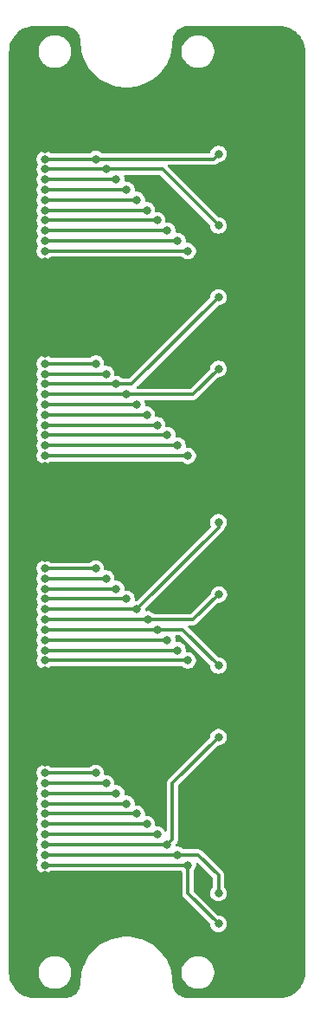
<source format=gbr>
%TF.GenerationSoftware,KiCad,Pcbnew,9.0.0*%
%TF.CreationDate,2025-03-09T10:12:05+03:00*%
%TF.ProjectId,PM_LED-10,504d5f4c-4544-42d3-9130-2e6b69636164,rev?*%
%TF.SameCoordinates,PX3ec0740PY6021600*%
%TF.FileFunction,Copper,L2,Bot*%
%TF.FilePolarity,Positive*%
%FSLAX46Y46*%
G04 Gerber Fmt 4.6, Leading zero omitted, Abs format (unit mm)*
G04 Created by KiCad (PCBNEW 9.0.0) date 2025-03-09 10:12:05*
%MOMM*%
%LPD*%
G01*
G04 APERTURE LIST*
%TA.AperFunction,ViaPad*%
%ADD10C,0.800000*%
%TD*%
%TA.AperFunction,Conductor*%
%ADD11C,0.300000*%
%TD*%
G04 APERTURE END LIST*
D10*
%TO.N,GND*%
X-11000000Y24500000D03*
X-11000000Y-15500000D03*
X-11000000Y4500000D03*
X-11000000Y-4500000D03*
X-11000000Y15500000D03*
X-11000000Y35500000D03*
X-11000000Y-24500000D03*
X-11000000Y-35500000D03*
%TO.N,/LED2*%
X-4000000Y12500000D03*
X-11000000Y32500000D03*
X6000000Y21000000D03*
X-4000000Y-7500000D03*
X-11000000Y-7500000D03*
X-4000000Y32500000D03*
X-4000000Y-27500000D03*
X-11000000Y-27500000D03*
X-11000000Y12500000D03*
%TO.N,/LED3*%
X-3000000Y-8500000D03*
X-11000000Y31500000D03*
X-3000000Y-28500000D03*
X6000000Y14000000D03*
X-3000000Y11500000D03*
X-11000000Y-28500000D03*
X-3000000Y31500000D03*
X-11000000Y-8500000D03*
X-11000000Y11500000D03*
%TO.N,/LED4*%
X-2000000Y-29500000D03*
X-11000000Y-29500000D03*
X-2000000Y30500000D03*
X-11000000Y-9500000D03*
X-2000000Y-9500000D03*
X-2000000Y10500000D03*
X6000000Y-1000000D03*
X-11000000Y10500000D03*
X-11000000Y30500000D03*
%TO.N,/LED7*%
X1000000Y-12500000D03*
X-11000000Y-12500000D03*
X1000000Y7500000D03*
X1000000Y27500000D03*
X1000000Y-32500000D03*
X-11000000Y7500000D03*
X-11000000Y27500000D03*
X-11000000Y-32500000D03*
X6000000Y-22000000D03*
%TO.N,/LED5*%
X-11000000Y9500000D03*
X-11000000Y-30500000D03*
X-11000000Y29500000D03*
X-1000000Y29500000D03*
X-1000000Y-30500000D03*
X-11000000Y-10500000D03*
X-918248Y-10483296D03*
X-1000000Y9500000D03*
X6044252Y-8046187D03*
%TO.N,/LED0*%
X-6000000Y14500000D03*
X-11000000Y34500000D03*
X-11000000Y-25500000D03*
X-11000000Y14500000D03*
X-6000000Y34500000D03*
X6000000Y35000000D03*
X-11000000Y-5500000D03*
X-6000000Y-25500000D03*
X-6000000Y-5500000D03*
%TO.N,/LED1*%
X-11000000Y-26500000D03*
X-5000000Y-6500000D03*
X-5000000Y33500000D03*
X-11000000Y-6500000D03*
X-11000000Y33500000D03*
X-11000000Y13500000D03*
X6000000Y28000000D03*
X-5000000Y13500000D03*
X-5000000Y-26500000D03*
%TO.N,/LED6*%
X0Y8500000D03*
X-11000000Y-11500000D03*
X0Y-31500000D03*
X0Y28500000D03*
X6000000Y-15000000D03*
X-11000000Y8500000D03*
X-11000000Y28500000D03*
X0Y-11500000D03*
X-11000000Y-31500000D03*
%TO.N,/LED9*%
X3000000Y25500000D03*
X6000000Y-40250000D03*
X-11000000Y25500000D03*
X3000000Y-14500000D03*
X3000000Y-34500000D03*
X-11000000Y-34500000D03*
X-11000000Y-14500000D03*
X3000000Y5500000D03*
X-11000000Y5500000D03*
%TO.N,/LED8*%
X2000000Y6500000D03*
X-11000000Y26500000D03*
X6000000Y-37250000D03*
X2000000Y26500000D03*
X-11000000Y-33500000D03*
X2000000Y-33500000D03*
X-11000000Y-13500000D03*
X2000000Y-13500000D03*
X-11000000Y6500000D03*
%TD*%
D11*
%TO.N,/LED2*%
X-4000000Y-7500000D02*
X-11000000Y-7500000D01*
X-4000000Y-27500000D02*
X-11000000Y-27500000D01*
X-4000000Y12500000D02*
X-2500000Y12500000D01*
X-2500000Y12500000D02*
X6000000Y21000000D01*
X-4000000Y32500000D02*
X-11000000Y32500000D01*
X-4000000Y12500000D02*
X-11000000Y12500000D01*
%TO.N,/LED3*%
X-3000000Y11500000D02*
X3500000Y11500000D01*
X3500000Y11500000D02*
X6000000Y14000000D01*
X-3000000Y11500000D02*
X-11000000Y11500000D01*
X-3000000Y31500000D02*
X-11000000Y31500000D01*
X-3000000Y-28500000D02*
X-11000000Y-28500000D01*
X-3000000Y-8500000D02*
X-11000000Y-8500000D01*
%TO.N,/LED4*%
X-2000000Y30500000D02*
X-11000000Y30500000D01*
X-2000000Y10500000D02*
X-11000000Y10500000D01*
X-2000000Y-9500000D02*
X6000000Y-1500000D01*
X6000000Y-1500000D02*
X6000000Y-1000000D01*
X-2000000Y-9500000D02*
X-11000000Y-9500000D01*
X-2000000Y-29500000D02*
X-11000000Y-29500000D01*
%TO.N,/LED7*%
X1000000Y-12500000D02*
X-11000000Y-12500000D01*
X1000000Y-32500000D02*
X-11000000Y-32500000D01*
X1000000Y7500000D02*
X-11000000Y7500000D01*
X1500000Y-32000000D02*
X1500000Y-26500000D01*
X1500000Y-26500000D02*
X6000000Y-22000000D01*
X1000000Y-32500000D02*
X1500000Y-32000000D01*
X1000000Y27500000D02*
X-11000000Y27500000D01*
%TO.N,/LED5*%
X-1000000Y-10500000D02*
X3500000Y-10500000D01*
X-1000000Y-10500000D02*
X-11000000Y-10500000D01*
X-1000000Y9500000D02*
X-11000000Y9500000D01*
X-1000000Y-30500000D02*
X-11000000Y-30500000D01*
X3500000Y-10500000D02*
X6000000Y-8000000D01*
X-1000000Y29500000D02*
X-11000000Y29500000D01*
%TO.N,/LED0*%
X-6000000Y34500000D02*
X5500000Y34500000D01*
X-6000000Y-25500000D02*
X-11000000Y-25500000D01*
X-6000000Y-5500000D02*
X-11000000Y-5500000D01*
X-6000000Y34500000D02*
X-11000000Y34500000D01*
X-6000000Y14500000D02*
X-11000000Y14500000D01*
X5500000Y34500000D02*
X6000000Y35000000D01*
%TO.N,/LED1*%
X-5000000Y-6500000D02*
X-11000000Y-6500000D01*
X-5000000Y13500000D02*
X-11000000Y13500000D01*
X-5000000Y33500000D02*
X-11000000Y33500000D01*
X500000Y33500000D02*
X6000000Y28000000D01*
X-5000000Y33500000D02*
X500000Y33500000D01*
X-5000000Y-26500000D02*
X-11000000Y-26500000D01*
%TO.N,/LED6*%
X0Y-11500000D02*
X2500000Y-11500000D01*
X0Y28500000D02*
X-11000000Y28500000D01*
X0Y-11500000D02*
X-11000000Y-11500000D01*
X0Y8500000D02*
X-11000000Y8500000D01*
X2500000Y-11500000D02*
X6000000Y-15000000D01*
X0Y-31500000D02*
X-11000000Y-31500000D01*
%TO.N,/LED9*%
X3000000Y-37250000D02*
X6000000Y-40250000D01*
X3000000Y25500000D02*
X-11000000Y25500000D01*
X3000000Y-34500000D02*
X-11000000Y-34500000D01*
X3000000Y5500000D02*
X-11000000Y5500000D01*
X3000000Y-14500000D02*
X-11000000Y-14500000D01*
X3000000Y-34500000D02*
X3000000Y-37250000D01*
%TO.N,/LED8*%
X2000000Y6500000D02*
X-11000000Y6500000D01*
X6000000Y-35500000D02*
X6000000Y-37250000D01*
X2000000Y26500000D02*
X-11000000Y26500000D01*
X4000000Y-33500000D02*
X6000000Y-35500000D01*
X2000000Y-13500000D02*
X-11000000Y-13500000D01*
X2000000Y-33500000D02*
X-11000000Y-33500000D01*
X2000000Y-33500000D02*
X4000000Y-33500000D01*
%TD*%
%TA.AperFunction,Conductor*%
%TO.N,GND*%
G36*
X-8995582Y47499184D02*
G01*
X-8795439Y47484870D01*
X-8777937Y47482353D01*
X-8586203Y47440645D01*
X-8569245Y47435666D01*
X-8385391Y47367091D01*
X-8369299Y47359741D01*
X-8197096Y47265712D01*
X-8182216Y47256151D01*
X-8025133Y47138559D01*
X-8011763Y47126973D01*
X-7873028Y46988238D01*
X-7861442Y46974868D01*
X-7784671Y46872314D01*
X-7743854Y46817790D01*
X-7734289Y46802905D01*
X-7640260Y46630702D01*
X-7632910Y46614610D01*
X-7564338Y46430764D01*
X-7559354Y46413788D01*
X-7517649Y46222069D01*
X-7515131Y46204558D01*
X-7500816Y46004420D01*
X-7500500Y45995573D01*
X-7500500Y45791932D01*
X-7462105Y45377572D01*
X-7462105Y45377571D01*
X-7442447Y45272413D01*
X-7385637Y44968507D01*
X-7271755Y44568252D01*
X-7148560Y44250250D01*
X-7121426Y44180209D01*
X-7121425Y44180207D01*
X-7010456Y43957351D01*
X-6935937Y43807697D01*
X-6716867Y43453887D01*
X-6705557Y43438910D01*
X-6501614Y43168845D01*
X-6466086Y43121799D01*
X-6185733Y42814267D01*
X-5878201Y42533914D01*
X-5546113Y42283133D01*
X-5192303Y42064063D01*
X-4819788Y41878573D01*
X-4431748Y41728245D01*
X-4031501Y41614366D01*
X-4031501Y41614365D01*
X-4031499Y41614365D01*
X-4031493Y41614363D01*
X-3622437Y41537897D01*
X-3622432Y41537897D01*
X-3622429Y41537896D01*
X-3422703Y41519389D01*
X-3208071Y41499500D01*
X-3208068Y41499500D01*
X-2791932Y41499500D01*
X-2791929Y41499500D01*
X-2532505Y41523540D01*
X-2377572Y41537896D01*
X-2377571Y41537896D01*
X-2377569Y41537897D01*
X-2377563Y41537897D01*
X-1968507Y41614363D01*
X-1568252Y41728245D01*
X-1180212Y41878573D01*
X-807697Y42064063D01*
X-453887Y42283133D01*
X-121799Y42533914D01*
X185733Y42814267D01*
X466086Y43121799D01*
X716867Y43453887D01*
X935937Y43807697D01*
X1121427Y44180212D01*
X1271755Y44568252D01*
X1385637Y44968507D01*
X1415071Y45125962D01*
X2399500Y45125962D01*
X2399500Y44874039D01*
X2438910Y44625215D01*
X2516760Y44385617D01*
X2631132Y44161152D01*
X2779201Y43957351D01*
X2779205Y43957346D01*
X2957345Y43779206D01*
X2957350Y43779202D01*
X3123653Y43658377D01*
X3161155Y43631130D01*
X3304184Y43558253D01*
X3385616Y43516761D01*
X3385618Y43516761D01*
X3385621Y43516759D01*
X3625215Y43438910D01*
X3874038Y43399500D01*
X3874039Y43399500D01*
X4125961Y43399500D01*
X4125962Y43399500D01*
X4374785Y43438910D01*
X4614379Y43516759D01*
X4838845Y43631130D01*
X5042656Y43779207D01*
X5220793Y43957344D01*
X5368870Y44161155D01*
X5483241Y44385621D01*
X5561090Y44625215D01*
X5600500Y44874038D01*
X5600500Y45125962D01*
X5561090Y45374785D01*
X5483241Y45614379D01*
X5483239Y45614382D01*
X5483239Y45614384D01*
X5441747Y45695816D01*
X5368870Y45838845D01*
X5349952Y45864883D01*
X5220798Y46042650D01*
X5220794Y46042655D01*
X5042654Y46220795D01*
X5042649Y46220799D01*
X4838848Y46368868D01*
X4838847Y46368869D01*
X4838845Y46368870D01*
X4751332Y46413460D01*
X4614383Y46483240D01*
X4374785Y46561090D01*
X4125962Y46600500D01*
X3874038Y46600500D01*
X3749626Y46580795D01*
X3625214Y46561090D01*
X3385616Y46483240D01*
X3161151Y46368868D01*
X2957350Y46220799D01*
X2957345Y46220795D01*
X2779205Y46042655D01*
X2779201Y46042650D01*
X2631132Y45838849D01*
X2516760Y45614384D01*
X2438910Y45374786D01*
X2399500Y45125962D01*
X1415071Y45125962D01*
X1462103Y45377563D01*
X1500500Y45791929D01*
X1500500Y45995573D01*
X1500816Y46004419D01*
X1511318Y46151252D01*
X1515131Y46204566D01*
X1517646Y46222062D01*
X1559356Y46413801D01*
X1564333Y46430752D01*
X1632911Y46614615D01*
X1640259Y46630702D01*
X1702815Y46745266D01*
X1734291Y46802911D01*
X1743845Y46817779D01*
X1861448Y46974877D01*
X1873020Y46988231D01*
X2011769Y47126980D01*
X2025123Y47138552D01*
X2182221Y47256155D01*
X2197089Y47265709D01*
X2369298Y47359742D01*
X2385385Y47367089D01*
X2569248Y47435667D01*
X2586199Y47440644D01*
X2777938Y47482354D01*
X2795437Y47484870D01*
X2995547Y47499183D01*
X3004446Y47499498D01*
X11925740Y47495244D01*
X11926285Y47495208D01*
X11934108Y47495208D01*
X11996249Y47495208D01*
X12003736Y47494982D01*
X12293278Y47477468D01*
X12308141Y47475664D01*
X12589770Y47424053D01*
X12604307Y47420470D01*
X12877650Y47335292D01*
X12891646Y47329984D01*
X13152741Y47212474D01*
X13165999Y47205516D01*
X13411020Y47057397D01*
X13423338Y47048895D01*
X13517827Y46974868D01*
X13648727Y46872314D01*
X13659935Y46862384D01*
X13862383Y46659936D01*
X13872313Y46648728D01*
X14043077Y46430764D01*
X14048890Y46423345D01*
X14057396Y46411021D01*
X14205515Y46166000D01*
X14212473Y46152742D01*
X14329983Y45891647D01*
X14335293Y45877646D01*
X14420468Y45604309D01*
X14424052Y45589771D01*
X14475662Y45308143D01*
X14477467Y45293278D01*
X14494982Y45003737D01*
X14495208Y44996250D01*
X14495208Y-44996249D01*
X14494982Y-45003736D01*
X14477467Y-45293277D01*
X14475662Y-45308142D01*
X14424052Y-45589770D01*
X14420468Y-45604308D01*
X14335293Y-45877645D01*
X14329983Y-45891646D01*
X14212473Y-46152741D01*
X14205515Y-46165999D01*
X14057396Y-46411020D01*
X14048890Y-46423344D01*
X13872313Y-46648727D01*
X13862383Y-46659935D01*
X13659935Y-46862383D01*
X13648727Y-46872313D01*
X13423344Y-47048890D01*
X13411020Y-47057396D01*
X13165999Y-47205515D01*
X13152741Y-47212473D01*
X12891646Y-47329983D01*
X12877645Y-47335293D01*
X12604308Y-47420468D01*
X12589770Y-47424052D01*
X12308142Y-47475662D01*
X12293277Y-47477467D01*
X12003736Y-47494982D01*
X11996309Y-47495208D01*
X11934108Y-47495208D01*
X11933992Y-47495238D01*
X11925985Y-47495242D01*
X11925984Y-47495241D01*
X11925984Y-47495242D01*
X3004448Y-47499496D01*
X2995543Y-47499180D01*
X2795443Y-47484869D01*
X2777931Y-47482351D01*
X2586212Y-47440646D01*
X2569236Y-47435662D01*
X2385390Y-47367090D01*
X2369298Y-47359740D01*
X2197095Y-47265711D01*
X2182210Y-47256146D01*
X2124837Y-47213197D01*
X2025132Y-47138558D01*
X2011762Y-47126972D01*
X1873027Y-46988237D01*
X1861441Y-46974867D01*
X1787075Y-46875526D01*
X1743849Y-46817784D01*
X1734288Y-46802904D01*
X1640259Y-46630701D01*
X1632909Y-46614609D01*
X1589588Y-46498462D01*
X1564334Y-46430755D01*
X1559355Y-46413797D01*
X1517647Y-46222063D01*
X1515130Y-46204556D01*
X1512372Y-46165999D01*
X1500816Y-46004418D01*
X1500500Y-45995572D01*
X1500500Y-45791931D01*
X1462104Y-45377571D01*
X1462104Y-45377570D01*
X1462103Y-45377563D01*
X1385637Y-44968507D01*
X1358758Y-44874038D01*
X2399500Y-44874038D01*
X2399500Y-44921750D01*
X2399500Y-45125962D01*
X2406787Y-45171969D01*
X2438910Y-45374785D01*
X2516760Y-45614383D01*
X2631132Y-45838848D01*
X2779201Y-46042649D01*
X2779205Y-46042654D01*
X2957345Y-46220794D01*
X2957350Y-46220798D01*
X3135117Y-46349952D01*
X3161155Y-46368870D01*
X3282627Y-46430763D01*
X3385616Y-46483239D01*
X3385618Y-46483239D01*
X3385621Y-46483241D01*
X3625215Y-46561090D01*
X3874038Y-46600500D01*
X3874039Y-46600500D01*
X4125961Y-46600500D01*
X4125962Y-46600500D01*
X4374785Y-46561090D01*
X4614379Y-46483241D01*
X4838845Y-46368870D01*
X5042656Y-46220793D01*
X5220793Y-46042656D01*
X5368870Y-45838845D01*
X5483241Y-45614379D01*
X5561090Y-45374785D01*
X5600500Y-45125962D01*
X5600500Y-44874038D01*
X5561090Y-44625215D01*
X5483241Y-44385621D01*
X5483239Y-44385618D01*
X5483239Y-44385616D01*
X5414266Y-44250250D01*
X5368870Y-44161155D01*
X5349952Y-44135117D01*
X5220798Y-43957350D01*
X5220794Y-43957345D01*
X5042654Y-43779205D01*
X5042649Y-43779201D01*
X4838848Y-43631132D01*
X4838847Y-43631131D01*
X4838845Y-43631130D01*
X4768747Y-43595413D01*
X4614383Y-43516760D01*
X4374785Y-43438910D01*
X4125962Y-43399500D01*
X3874038Y-43399500D01*
X3749626Y-43419205D01*
X3625214Y-43438910D01*
X3385616Y-43516760D01*
X3161151Y-43631132D01*
X2957350Y-43779201D01*
X2957345Y-43779205D01*
X2779205Y-43957345D01*
X2779201Y-43957350D01*
X2631132Y-44161151D01*
X2516760Y-44385616D01*
X2438910Y-44625214D01*
X2415886Y-44770581D01*
X2399500Y-44874038D01*
X1358758Y-44874038D01*
X1271755Y-44568252D01*
X1121427Y-44180212D01*
X935937Y-43807697D01*
X716867Y-43453887D01*
X544843Y-43226091D01*
X466090Y-43121804D01*
X466083Y-43121796D01*
X185733Y-42814267D01*
X-121799Y-42533914D01*
X-121802Y-42533912D01*
X-121805Y-42533909D01*
X-453886Y-42283134D01*
X-453887Y-42283133D01*
X-807697Y-42064063D01*
X-807705Y-42064059D01*
X-1180207Y-41878575D01*
X-1180209Y-41878574D01*
X-1247385Y-41852550D01*
X-1568252Y-41728245D01*
X-1568266Y-41728241D01*
X-1568269Y-41728240D01*
X-1968500Y-41614365D01*
X-1968500Y-41614364D01*
X-2377572Y-41537895D01*
X-2712162Y-41506891D01*
X-2791929Y-41499500D01*
X-3208071Y-41499500D01*
X-3283029Y-41506445D01*
X-3622429Y-41537895D01*
X-3622430Y-41537895D01*
X-4031501Y-41614364D01*
X-4031501Y-41614365D01*
X-4431732Y-41728240D01*
X-4431742Y-41728243D01*
X-4431748Y-41728245D01*
X-4592182Y-41790397D01*
X-4819792Y-41878574D01*
X-4819794Y-41878575D01*
X-5192296Y-42064059D01*
X-5192302Y-42064062D01*
X-5546115Y-42283134D01*
X-5878196Y-42533909D01*
X-5878204Y-42533916D01*
X-6185733Y-42814267D01*
X-6466084Y-43121796D01*
X-6466091Y-43121804D01*
X-6716866Y-43453885D01*
X-6935938Y-43807698D01*
X-6935941Y-43807704D01*
X-7121425Y-44180206D01*
X-7121426Y-44180208D01*
X-7148560Y-44250250D01*
X-7254760Y-44524385D01*
X-7271755Y-44568253D01*
X-7271760Y-44568268D01*
X-7385635Y-44968499D01*
X-7385636Y-44968499D01*
X-7462105Y-45377570D01*
X-7462105Y-45377571D01*
X-7500500Y-45791931D01*
X-7500500Y-45995572D01*
X-7500816Y-46004418D01*
X-7500816Y-46004419D01*
X-7515131Y-46204557D01*
X-7517649Y-46222068D01*
X-7559354Y-46413787D01*
X-7564338Y-46430763D01*
X-7632910Y-46614609D01*
X-7640260Y-46630701D01*
X-7734289Y-46802904D01*
X-7743854Y-46817789D01*
X-7861442Y-46974867D01*
X-7873028Y-46988237D01*
X-8011763Y-47126972D01*
X-8025133Y-47138558D01*
X-8182211Y-47256146D01*
X-8197096Y-47265711D01*
X-8369299Y-47359740D01*
X-8385391Y-47367090D01*
X-8569237Y-47435662D01*
X-8586213Y-47440646D01*
X-8777932Y-47482351D01*
X-8795443Y-47484869D01*
X-8976221Y-47497799D01*
X-8995583Y-47499184D01*
X-9004428Y-47499500D01*
X-11996249Y-47499500D01*
X-12003736Y-47499274D01*
X-12293795Y-47481728D01*
X-12308660Y-47479923D01*
X-12590799Y-47428219D01*
X-12605337Y-47424635D01*
X-12879168Y-47339306D01*
X-12893169Y-47333997D01*
X-13154737Y-47216275D01*
X-13167996Y-47209316D01*
X-13413460Y-47060928D01*
X-13425783Y-47052422D01*
X-13651574Y-46875526D01*
X-13662782Y-46865596D01*
X-13865597Y-46662781D01*
X-13875527Y-46651573D01*
X-13946416Y-46561090D01*
X-14052427Y-46425776D01*
X-14060925Y-46413465D01*
X-14209320Y-46167989D01*
X-14216273Y-46154743D01*
X-14334000Y-45893163D01*
X-14339307Y-45879167D01*
X-14424636Y-45605336D01*
X-14428220Y-45590798D01*
X-14479924Y-45308659D01*
X-14481729Y-45293794D01*
X-14499274Y-45003736D01*
X-14499500Y-44996249D01*
X-14499500Y-44874038D01*
X-11600500Y-44874038D01*
X-11600500Y-44921750D01*
X-11600500Y-45125962D01*
X-11593213Y-45171969D01*
X-11561090Y-45374785D01*
X-11483240Y-45614383D01*
X-11368868Y-45838848D01*
X-11220799Y-46042649D01*
X-11220795Y-46042654D01*
X-11042655Y-46220794D01*
X-11042650Y-46220798D01*
X-10864883Y-46349952D01*
X-10838845Y-46368870D01*
X-10717373Y-46430763D01*
X-10614384Y-46483239D01*
X-10614382Y-46483239D01*
X-10614379Y-46483241D01*
X-10374785Y-46561090D01*
X-10125962Y-46600500D01*
X-10125961Y-46600500D01*
X-9874039Y-46600500D01*
X-9874038Y-46600500D01*
X-9625215Y-46561090D01*
X-9385621Y-46483241D01*
X-9161155Y-46368870D01*
X-8957344Y-46220793D01*
X-8779207Y-46042656D01*
X-8631130Y-45838845D01*
X-8516759Y-45614379D01*
X-8438910Y-45374785D01*
X-8399500Y-45125962D01*
X-8399500Y-44874038D01*
X-8438910Y-44625215D01*
X-8516759Y-44385621D01*
X-8516761Y-44385618D01*
X-8516761Y-44385616D01*
X-8585734Y-44250250D01*
X-8631130Y-44161155D01*
X-8650048Y-44135117D01*
X-8779202Y-43957350D01*
X-8779206Y-43957345D01*
X-8957346Y-43779205D01*
X-8957351Y-43779201D01*
X-9161152Y-43631132D01*
X-9161153Y-43631131D01*
X-9161155Y-43631130D01*
X-9231253Y-43595413D01*
X-9385617Y-43516760D01*
X-9625215Y-43438910D01*
X-9874038Y-43399500D01*
X-10125962Y-43399500D01*
X-10250374Y-43419205D01*
X-10374786Y-43438910D01*
X-10614384Y-43516760D01*
X-10838849Y-43631132D01*
X-11042650Y-43779201D01*
X-11042655Y-43779205D01*
X-11220795Y-43957345D01*
X-11220799Y-43957350D01*
X-11368868Y-44161151D01*
X-11483240Y-44385616D01*
X-11561090Y-44625214D01*
X-11584114Y-44770581D01*
X-11600500Y-44874038D01*
X-14499500Y-44874038D01*
X-14499500Y-25421153D01*
X-11800500Y-25421153D01*
X-11800500Y-25578846D01*
X-11769739Y-25733489D01*
X-11769736Y-25733501D01*
X-11709398Y-25879172D01*
X-11709391Y-25879185D01*
X-11674696Y-25931109D01*
X-11653818Y-25997786D01*
X-11672302Y-26065167D01*
X-11674696Y-26068891D01*
X-11709391Y-26120814D01*
X-11709398Y-26120827D01*
X-11769736Y-26266498D01*
X-11769739Y-26266510D01*
X-11800500Y-26421153D01*
X-11800500Y-26578846D01*
X-11769739Y-26733489D01*
X-11769736Y-26733501D01*
X-11709398Y-26879172D01*
X-11709391Y-26879185D01*
X-11674696Y-26931109D01*
X-11653818Y-26997786D01*
X-11672302Y-27065167D01*
X-11674696Y-27068891D01*
X-11709391Y-27120814D01*
X-11709398Y-27120827D01*
X-11769736Y-27266498D01*
X-11769739Y-27266510D01*
X-11800500Y-27421153D01*
X-11800500Y-27578846D01*
X-11769739Y-27733489D01*
X-11769736Y-27733501D01*
X-11709398Y-27879172D01*
X-11709391Y-27879185D01*
X-11674696Y-27931109D01*
X-11653818Y-27997786D01*
X-11672302Y-28065167D01*
X-11674696Y-28068891D01*
X-11709391Y-28120814D01*
X-11709398Y-28120827D01*
X-11769736Y-28266498D01*
X-11769739Y-28266510D01*
X-11800500Y-28421153D01*
X-11800500Y-28578846D01*
X-11769739Y-28733489D01*
X-11769736Y-28733501D01*
X-11709398Y-28879172D01*
X-11709391Y-28879185D01*
X-11674696Y-28931109D01*
X-11653818Y-28997786D01*
X-11672302Y-29065167D01*
X-11674696Y-29068891D01*
X-11709391Y-29120814D01*
X-11709398Y-29120827D01*
X-11769736Y-29266498D01*
X-11769739Y-29266510D01*
X-11800500Y-29421153D01*
X-11800500Y-29578846D01*
X-11769739Y-29733489D01*
X-11769736Y-29733501D01*
X-11709398Y-29879172D01*
X-11709391Y-29879185D01*
X-11674696Y-29931109D01*
X-11653818Y-29997786D01*
X-11672302Y-30065167D01*
X-11674696Y-30068891D01*
X-11709391Y-30120814D01*
X-11709398Y-30120827D01*
X-11769736Y-30266498D01*
X-11769739Y-30266510D01*
X-11800500Y-30421153D01*
X-11800500Y-30578846D01*
X-11769739Y-30733489D01*
X-11769736Y-30733501D01*
X-11709398Y-30879172D01*
X-11709391Y-30879185D01*
X-11674696Y-30931109D01*
X-11653818Y-30997786D01*
X-11672302Y-31065167D01*
X-11674696Y-31068891D01*
X-11709391Y-31120814D01*
X-11709398Y-31120827D01*
X-11769736Y-31266498D01*
X-11769739Y-31266510D01*
X-11800500Y-31421153D01*
X-11800500Y-31578846D01*
X-11769739Y-31733489D01*
X-11769736Y-31733501D01*
X-11709398Y-31879172D01*
X-11709391Y-31879185D01*
X-11674696Y-31931109D01*
X-11653818Y-31997786D01*
X-11672302Y-32065167D01*
X-11674696Y-32068891D01*
X-11709391Y-32120814D01*
X-11709398Y-32120827D01*
X-11769736Y-32266498D01*
X-11769739Y-32266510D01*
X-11800500Y-32421153D01*
X-11800500Y-32578846D01*
X-11769739Y-32733489D01*
X-11769736Y-32733501D01*
X-11709398Y-32879172D01*
X-11709391Y-32879185D01*
X-11674696Y-32931109D01*
X-11653818Y-32997786D01*
X-11672302Y-33065167D01*
X-11674696Y-33068891D01*
X-11709391Y-33120814D01*
X-11709398Y-33120827D01*
X-11769736Y-33266498D01*
X-11769739Y-33266510D01*
X-11800500Y-33421153D01*
X-11800500Y-33578846D01*
X-11769739Y-33733489D01*
X-11769736Y-33733501D01*
X-11709398Y-33879172D01*
X-11709391Y-33879185D01*
X-11674696Y-33931109D01*
X-11653818Y-33997786D01*
X-11672302Y-34065167D01*
X-11674696Y-34068891D01*
X-11709391Y-34120814D01*
X-11709398Y-34120827D01*
X-11769736Y-34266498D01*
X-11769739Y-34266510D01*
X-11800500Y-34421153D01*
X-11800500Y-34578846D01*
X-11769739Y-34733489D01*
X-11769736Y-34733501D01*
X-11709398Y-34879172D01*
X-11709391Y-34879185D01*
X-11621790Y-35010288D01*
X-11621787Y-35010292D01*
X-11510293Y-35121786D01*
X-11510289Y-35121789D01*
X-11379186Y-35209390D01*
X-11379173Y-35209397D01*
X-11233502Y-35269735D01*
X-11233497Y-35269737D01*
X-11078847Y-35300499D01*
X-11078844Y-35300500D01*
X-11078842Y-35300500D01*
X-10921156Y-35300500D01*
X-10921155Y-35300499D01*
X-10766503Y-35269737D01*
X-10620821Y-35209394D01*
X-10489711Y-35121789D01*
X-10454742Y-35086820D01*
X-10393420Y-35053334D01*
X-10367060Y-35050500D01*
X2325500Y-35050500D01*
X2392539Y-35070185D01*
X2438294Y-35122989D01*
X2449500Y-35174500D01*
X2449500Y-37177526D01*
X2449500Y-37322474D01*
X2487016Y-37462485D01*
X2559489Y-37588013D01*
X2559491Y-37588016D01*
X5163181Y-40191705D01*
X5196666Y-40253028D01*
X5199500Y-40279386D01*
X5199500Y-40328846D01*
X5230261Y-40483489D01*
X5230264Y-40483501D01*
X5290602Y-40629172D01*
X5290609Y-40629185D01*
X5378210Y-40760288D01*
X5378213Y-40760292D01*
X5489707Y-40871786D01*
X5489711Y-40871789D01*
X5620814Y-40959390D01*
X5620827Y-40959397D01*
X5766498Y-41019735D01*
X5766503Y-41019737D01*
X5921153Y-41050499D01*
X5921156Y-41050500D01*
X5921158Y-41050500D01*
X6078844Y-41050500D01*
X6078845Y-41050499D01*
X6233497Y-41019737D01*
X6379179Y-40959394D01*
X6510289Y-40871789D01*
X6621789Y-40760289D01*
X6709394Y-40629179D01*
X6769737Y-40483497D01*
X6800500Y-40328842D01*
X6800500Y-40171158D01*
X6800500Y-40171155D01*
X6800499Y-40171153D01*
X6769738Y-40016510D01*
X6769737Y-40016503D01*
X6769735Y-40016498D01*
X6709397Y-39870827D01*
X6709390Y-39870814D01*
X6621789Y-39739711D01*
X6621786Y-39739707D01*
X6510292Y-39628213D01*
X6510288Y-39628210D01*
X6379185Y-39540609D01*
X6379172Y-39540602D01*
X6233501Y-39480264D01*
X6233489Y-39480261D01*
X6078845Y-39449500D01*
X6078842Y-39449500D01*
X6029386Y-39449500D01*
X5962347Y-39429815D01*
X5941705Y-39413181D01*
X3586819Y-37058294D01*
X3553334Y-36996971D01*
X3550500Y-36970613D01*
X3550500Y-35132940D01*
X3570185Y-35065901D01*
X3586820Y-35045258D01*
X3621786Y-35010292D01*
X3621789Y-35010289D01*
X3709394Y-34879179D01*
X3769737Y-34733497D01*
X3800500Y-34578842D01*
X3800500Y-34421158D01*
X3795295Y-34394991D01*
X3801521Y-34325401D01*
X3844384Y-34270223D01*
X3910273Y-34246977D01*
X3978270Y-34263044D01*
X4004593Y-34283118D01*
X5413181Y-35691706D01*
X5446666Y-35753029D01*
X5449500Y-35779387D01*
X5449500Y-36617059D01*
X5429815Y-36684098D01*
X5413181Y-36704740D01*
X5378213Y-36739707D01*
X5378210Y-36739711D01*
X5290609Y-36870814D01*
X5290602Y-36870827D01*
X5230264Y-37016498D01*
X5230261Y-37016510D01*
X5199500Y-37171153D01*
X5199500Y-37328846D01*
X5230261Y-37483489D01*
X5230264Y-37483501D01*
X5290602Y-37629172D01*
X5290609Y-37629185D01*
X5378210Y-37760288D01*
X5378213Y-37760292D01*
X5489707Y-37871786D01*
X5489711Y-37871789D01*
X5620814Y-37959390D01*
X5620827Y-37959397D01*
X5766498Y-38019735D01*
X5766503Y-38019737D01*
X5921153Y-38050499D01*
X5921156Y-38050500D01*
X5921158Y-38050500D01*
X6078844Y-38050500D01*
X6078845Y-38050499D01*
X6233497Y-38019737D01*
X6379179Y-37959394D01*
X6510289Y-37871789D01*
X6621789Y-37760289D01*
X6709394Y-37629179D01*
X6769737Y-37483497D01*
X6800500Y-37328842D01*
X6800500Y-37171158D01*
X6800500Y-37171155D01*
X6800499Y-37171153D01*
X6769738Y-37016510D01*
X6769737Y-37016503D01*
X6750729Y-36970613D01*
X6709397Y-36870827D01*
X6709390Y-36870814D01*
X6621789Y-36739711D01*
X6621786Y-36739707D01*
X6586819Y-36704740D01*
X6553334Y-36643417D01*
X6550500Y-36617059D01*
X6550500Y-35427527D01*
X6550500Y-35427525D01*
X6512984Y-35287515D01*
X6467881Y-35209394D01*
X6440510Y-35161985D01*
X4338015Y-33059490D01*
X4212485Y-32987016D01*
X4212482Y-32987015D01*
X4188243Y-32980519D01*
X4188243Y-32980520D01*
X4130358Y-32965010D01*
X4072475Y-32949500D01*
X4072474Y-32949500D01*
X2632940Y-32949500D01*
X2565901Y-32929815D01*
X2545258Y-32913180D01*
X2510292Y-32878213D01*
X2510288Y-32878210D01*
X2379185Y-32790609D01*
X2379172Y-32790602D01*
X2233501Y-32730264D01*
X2233489Y-32730261D01*
X2078845Y-32699500D01*
X2078842Y-32699500D01*
X1924500Y-32699500D01*
X1915814Y-32696949D01*
X1906853Y-32698238D01*
X1882812Y-32687259D01*
X1857461Y-32679815D01*
X1851533Y-32672974D01*
X1843297Y-32669213D01*
X1829007Y-32646978D01*
X1811706Y-32627011D01*
X1809418Y-32616496D01*
X1805523Y-32610435D01*
X1800500Y-32575500D01*
X1800500Y-32529387D01*
X1820185Y-32462348D01*
X1836819Y-32441706D01*
X1857372Y-32421153D01*
X1940510Y-32338015D01*
X2012984Y-32212485D01*
X2013812Y-32209394D01*
X2050500Y-32072475D01*
X2050500Y-26779387D01*
X2070185Y-26712348D01*
X2086819Y-26691706D01*
X5941706Y-22836819D01*
X6003029Y-22803334D01*
X6029387Y-22800500D01*
X6078844Y-22800500D01*
X6078845Y-22800499D01*
X6233497Y-22769737D01*
X6379179Y-22709394D01*
X6510289Y-22621789D01*
X6621789Y-22510289D01*
X6709394Y-22379179D01*
X6769737Y-22233497D01*
X6800500Y-22078842D01*
X6800500Y-21921158D01*
X6800500Y-21921155D01*
X6800499Y-21921153D01*
X6769738Y-21766510D01*
X6769737Y-21766503D01*
X6769735Y-21766498D01*
X6709397Y-21620827D01*
X6709390Y-21620814D01*
X6621789Y-21489711D01*
X6621786Y-21489707D01*
X6510292Y-21378213D01*
X6510288Y-21378210D01*
X6379185Y-21290609D01*
X6379172Y-21290602D01*
X6233501Y-21230264D01*
X6233489Y-21230261D01*
X6078845Y-21199500D01*
X6078842Y-21199500D01*
X5921158Y-21199500D01*
X5921155Y-21199500D01*
X5766510Y-21230261D01*
X5766498Y-21230264D01*
X5620827Y-21290602D01*
X5620814Y-21290609D01*
X5489711Y-21378210D01*
X5489707Y-21378213D01*
X5378213Y-21489707D01*
X5378210Y-21489711D01*
X5290609Y-21620814D01*
X5290602Y-21620827D01*
X5230264Y-21766498D01*
X5230261Y-21766510D01*
X5199500Y-21921153D01*
X5199500Y-21970613D01*
X5179815Y-22037652D01*
X5163181Y-22058294D01*
X1059491Y-26161983D01*
X1059489Y-26161985D01*
X1032120Y-26209393D01*
X1032119Y-26209394D01*
X987017Y-26287512D01*
X987016Y-26287513D01*
X968258Y-26357520D01*
X949500Y-26427525D01*
X949500Y-26427527D01*
X949500Y-31077097D01*
X929815Y-31144136D01*
X877011Y-31189891D01*
X807853Y-31199835D01*
X744297Y-31170810D01*
X710940Y-31124552D01*
X709396Y-31120826D01*
X709390Y-31120814D01*
X621789Y-30989711D01*
X621786Y-30989707D01*
X510292Y-30878213D01*
X510288Y-30878210D01*
X379185Y-30790609D01*
X379172Y-30790602D01*
X233501Y-30730264D01*
X233489Y-30730261D01*
X78845Y-30699500D01*
X78842Y-30699500D01*
X-75500Y-30699500D01*
X-142539Y-30679815D01*
X-188294Y-30627011D01*
X-199500Y-30575500D01*
X-199500Y-30421155D01*
X-199501Y-30421153D01*
X-230262Y-30266510D01*
X-230263Y-30266503D01*
X-230265Y-30266498D01*
X-290603Y-30120827D01*
X-290610Y-30120814D01*
X-378211Y-29989711D01*
X-378214Y-29989707D01*
X-489708Y-29878213D01*
X-489712Y-29878210D01*
X-620815Y-29790609D01*
X-620828Y-29790602D01*
X-766499Y-29730264D01*
X-766511Y-29730261D01*
X-921155Y-29699500D01*
X-921158Y-29699500D01*
X-1075500Y-29699500D01*
X-1142539Y-29679815D01*
X-1188294Y-29627011D01*
X-1199500Y-29575500D01*
X-1199500Y-29421155D01*
X-1199501Y-29421153D01*
X-1230262Y-29266510D01*
X-1230263Y-29266503D01*
X-1230265Y-29266498D01*
X-1290603Y-29120827D01*
X-1290610Y-29120814D01*
X-1378211Y-28989711D01*
X-1378214Y-28989707D01*
X-1489708Y-28878213D01*
X-1489712Y-28878210D01*
X-1620815Y-28790609D01*
X-1620828Y-28790602D01*
X-1766499Y-28730264D01*
X-1766511Y-28730261D01*
X-1921155Y-28699500D01*
X-1921158Y-28699500D01*
X-2075500Y-28699500D01*
X-2142539Y-28679815D01*
X-2188294Y-28627011D01*
X-2199500Y-28575500D01*
X-2199500Y-28421155D01*
X-2199501Y-28421153D01*
X-2230262Y-28266510D01*
X-2230263Y-28266503D01*
X-2230265Y-28266498D01*
X-2290603Y-28120827D01*
X-2290610Y-28120814D01*
X-2378211Y-27989711D01*
X-2378214Y-27989707D01*
X-2489708Y-27878213D01*
X-2489712Y-27878210D01*
X-2620815Y-27790609D01*
X-2620828Y-27790602D01*
X-2766499Y-27730264D01*
X-2766511Y-27730261D01*
X-2921155Y-27699500D01*
X-2921158Y-27699500D01*
X-3075500Y-27699500D01*
X-3142539Y-27679815D01*
X-3188294Y-27627011D01*
X-3199500Y-27575500D01*
X-3199500Y-27421155D01*
X-3199501Y-27421153D01*
X-3230262Y-27266510D01*
X-3230263Y-27266503D01*
X-3230265Y-27266498D01*
X-3290603Y-27120827D01*
X-3290610Y-27120814D01*
X-3378211Y-26989711D01*
X-3378214Y-26989707D01*
X-3489708Y-26878213D01*
X-3489712Y-26878210D01*
X-3620815Y-26790609D01*
X-3620828Y-26790602D01*
X-3766499Y-26730264D01*
X-3766511Y-26730261D01*
X-3921155Y-26699500D01*
X-3921158Y-26699500D01*
X-4075500Y-26699500D01*
X-4142539Y-26679815D01*
X-4188294Y-26627011D01*
X-4199500Y-26575500D01*
X-4199500Y-26421155D01*
X-4199501Y-26421153D01*
X-4230263Y-26266503D01*
X-4253918Y-26209394D01*
X-4290603Y-26120827D01*
X-4290610Y-26120814D01*
X-4378211Y-25989711D01*
X-4378214Y-25989707D01*
X-4489708Y-25878213D01*
X-4489712Y-25878210D01*
X-4620815Y-25790609D01*
X-4620828Y-25790602D01*
X-4766499Y-25730264D01*
X-4766511Y-25730261D01*
X-4921155Y-25699500D01*
X-4921158Y-25699500D01*
X-5075500Y-25699500D01*
X-5142539Y-25679815D01*
X-5188294Y-25627011D01*
X-5199500Y-25575500D01*
X-5199500Y-25421155D01*
X-5199501Y-25421153D01*
X-5230262Y-25266510D01*
X-5230263Y-25266503D01*
X-5230265Y-25266498D01*
X-5290603Y-25120827D01*
X-5290610Y-25120814D01*
X-5378211Y-24989711D01*
X-5378214Y-24989707D01*
X-5489708Y-24878213D01*
X-5489712Y-24878210D01*
X-5620815Y-24790609D01*
X-5620828Y-24790602D01*
X-5766499Y-24730264D01*
X-5766511Y-24730261D01*
X-5921155Y-24699500D01*
X-5921158Y-24699500D01*
X-6078842Y-24699500D01*
X-6078845Y-24699500D01*
X-6233490Y-24730261D01*
X-6233502Y-24730264D01*
X-6379173Y-24790602D01*
X-6379186Y-24790609D01*
X-6510289Y-24878210D01*
X-6510293Y-24878213D01*
X-6545258Y-24913180D01*
X-6606580Y-24946666D01*
X-6632940Y-24949500D01*
X-10367060Y-24949500D01*
X-10434099Y-24929815D01*
X-10454742Y-24913180D01*
X-10489708Y-24878213D01*
X-10489712Y-24878210D01*
X-10620815Y-24790609D01*
X-10620828Y-24790602D01*
X-10766499Y-24730264D01*
X-10766511Y-24730261D01*
X-10921155Y-24699500D01*
X-10921158Y-24699500D01*
X-11078842Y-24699500D01*
X-11078845Y-24699500D01*
X-11233490Y-24730261D01*
X-11233502Y-24730264D01*
X-11379173Y-24790602D01*
X-11379186Y-24790609D01*
X-11510289Y-24878210D01*
X-11510293Y-24878213D01*
X-11621787Y-24989707D01*
X-11621790Y-24989711D01*
X-11709391Y-25120814D01*
X-11709398Y-25120827D01*
X-11769736Y-25266498D01*
X-11769739Y-25266510D01*
X-11800500Y-25421153D01*
X-14499500Y-25421153D01*
X-14499500Y-5421153D01*
X-11800500Y-5421153D01*
X-11800500Y-5578846D01*
X-11769739Y-5733489D01*
X-11769736Y-5733501D01*
X-11709398Y-5879172D01*
X-11709391Y-5879185D01*
X-11674696Y-5931109D01*
X-11653818Y-5997786D01*
X-11672302Y-6065167D01*
X-11674696Y-6068891D01*
X-11709391Y-6120814D01*
X-11709398Y-6120827D01*
X-11769736Y-6266498D01*
X-11769739Y-6266510D01*
X-11800500Y-6421153D01*
X-11800500Y-6578846D01*
X-11769739Y-6733489D01*
X-11769736Y-6733501D01*
X-11709398Y-6879172D01*
X-11709391Y-6879185D01*
X-11674696Y-6931109D01*
X-11653818Y-6997786D01*
X-11672302Y-7065167D01*
X-11674696Y-7068891D01*
X-11709391Y-7120814D01*
X-11709398Y-7120827D01*
X-11769736Y-7266498D01*
X-11769739Y-7266510D01*
X-11800500Y-7421153D01*
X-11800500Y-7578846D01*
X-11769739Y-7733489D01*
X-11769736Y-7733501D01*
X-11709398Y-7879172D01*
X-11709391Y-7879185D01*
X-11674696Y-7931109D01*
X-11653818Y-7997786D01*
X-11672302Y-8065167D01*
X-11674696Y-8068891D01*
X-11709391Y-8120814D01*
X-11709398Y-8120827D01*
X-11769736Y-8266498D01*
X-11769739Y-8266510D01*
X-11800500Y-8421153D01*
X-11800500Y-8578846D01*
X-11769739Y-8733489D01*
X-11769736Y-8733501D01*
X-11709398Y-8879172D01*
X-11709391Y-8879185D01*
X-11674696Y-8931109D01*
X-11653818Y-8997786D01*
X-11672302Y-9065167D01*
X-11674696Y-9068891D01*
X-11709391Y-9120814D01*
X-11709398Y-9120827D01*
X-11769736Y-9266498D01*
X-11769739Y-9266510D01*
X-11800500Y-9421153D01*
X-11800500Y-9578846D01*
X-11769739Y-9733489D01*
X-11769736Y-9733501D01*
X-11709398Y-9879172D01*
X-11709391Y-9879185D01*
X-11674696Y-9931109D01*
X-11653818Y-9997786D01*
X-11672302Y-10065167D01*
X-11674696Y-10068891D01*
X-11709391Y-10120814D01*
X-11709398Y-10120827D01*
X-11769736Y-10266498D01*
X-11769739Y-10266510D01*
X-11800500Y-10421153D01*
X-11800500Y-10578846D01*
X-11769739Y-10733489D01*
X-11769736Y-10733501D01*
X-11709398Y-10879172D01*
X-11709391Y-10879185D01*
X-11674696Y-10931109D01*
X-11653818Y-10997786D01*
X-11672302Y-11065167D01*
X-11674696Y-11068891D01*
X-11709391Y-11120814D01*
X-11709398Y-11120827D01*
X-11769736Y-11266498D01*
X-11769739Y-11266510D01*
X-11800500Y-11421153D01*
X-11800500Y-11578846D01*
X-11769739Y-11733489D01*
X-11769736Y-11733501D01*
X-11709398Y-11879172D01*
X-11709391Y-11879185D01*
X-11674696Y-11931109D01*
X-11653818Y-11997786D01*
X-11672302Y-12065167D01*
X-11674696Y-12068891D01*
X-11709391Y-12120814D01*
X-11709398Y-12120827D01*
X-11769736Y-12266498D01*
X-11769739Y-12266510D01*
X-11800500Y-12421153D01*
X-11800500Y-12578846D01*
X-11769739Y-12733489D01*
X-11769736Y-12733501D01*
X-11709398Y-12879172D01*
X-11709391Y-12879185D01*
X-11674696Y-12931109D01*
X-11653818Y-12997786D01*
X-11672302Y-13065167D01*
X-11674696Y-13068891D01*
X-11709391Y-13120814D01*
X-11709398Y-13120827D01*
X-11769736Y-13266498D01*
X-11769739Y-13266510D01*
X-11800500Y-13421153D01*
X-11800500Y-13578846D01*
X-11769739Y-13733489D01*
X-11769736Y-13733501D01*
X-11709398Y-13879172D01*
X-11709391Y-13879185D01*
X-11674696Y-13931109D01*
X-11653818Y-13997786D01*
X-11672302Y-14065167D01*
X-11674696Y-14068891D01*
X-11709391Y-14120814D01*
X-11709398Y-14120827D01*
X-11769736Y-14266498D01*
X-11769739Y-14266510D01*
X-11800500Y-14421153D01*
X-11800500Y-14578846D01*
X-11769739Y-14733489D01*
X-11769736Y-14733501D01*
X-11709398Y-14879172D01*
X-11709391Y-14879185D01*
X-11621790Y-15010288D01*
X-11621787Y-15010292D01*
X-11510293Y-15121786D01*
X-11510289Y-15121789D01*
X-11379186Y-15209390D01*
X-11379173Y-15209397D01*
X-11233502Y-15269735D01*
X-11233497Y-15269737D01*
X-11078847Y-15300499D01*
X-11078844Y-15300500D01*
X-11078842Y-15300500D01*
X-10921156Y-15300500D01*
X-10921155Y-15300499D01*
X-10766503Y-15269737D01*
X-10620821Y-15209394D01*
X-10489711Y-15121789D01*
X-10454742Y-15086820D01*
X-10393420Y-15053334D01*
X-10367060Y-15050500D01*
X2367060Y-15050500D01*
X2434099Y-15070185D01*
X2454742Y-15086820D01*
X2489707Y-15121786D01*
X2489711Y-15121789D01*
X2620814Y-15209390D01*
X2620827Y-15209397D01*
X2766498Y-15269735D01*
X2766503Y-15269737D01*
X2921153Y-15300499D01*
X2921156Y-15300500D01*
X2921158Y-15300500D01*
X3078844Y-15300500D01*
X3078845Y-15300499D01*
X3233497Y-15269737D01*
X3379179Y-15209394D01*
X3510289Y-15121789D01*
X3621789Y-15010289D01*
X3709394Y-14879179D01*
X3769737Y-14733497D01*
X3800500Y-14578842D01*
X3800500Y-14421158D01*
X3800500Y-14421155D01*
X3800499Y-14421153D01*
X3774531Y-14290606D01*
X3769737Y-14266503D01*
X3769735Y-14266498D01*
X3709397Y-14120827D01*
X3709390Y-14120814D01*
X3621789Y-13989711D01*
X3621786Y-13989707D01*
X3510292Y-13878213D01*
X3510288Y-13878210D01*
X3379185Y-13790609D01*
X3379172Y-13790602D01*
X3233501Y-13730264D01*
X3233489Y-13730261D01*
X3078845Y-13699500D01*
X3078842Y-13699500D01*
X2924500Y-13699500D01*
X2857461Y-13679815D01*
X2811706Y-13627011D01*
X2800500Y-13575500D01*
X2800500Y-13421155D01*
X2800499Y-13421153D01*
X2769738Y-13266510D01*
X2769737Y-13266503D01*
X2769735Y-13266498D01*
X2709397Y-13120827D01*
X2709390Y-13120814D01*
X2621789Y-12989711D01*
X2621786Y-12989707D01*
X2510292Y-12878213D01*
X2510288Y-12878210D01*
X2379185Y-12790609D01*
X2379172Y-12790602D01*
X2233501Y-12730264D01*
X2233489Y-12730261D01*
X2078845Y-12699500D01*
X2078842Y-12699500D01*
X1924500Y-12699500D01*
X1857461Y-12679815D01*
X1811706Y-12627011D01*
X1800500Y-12575500D01*
X1800500Y-12421155D01*
X1800499Y-12421153D01*
X1769738Y-12266510D01*
X1769737Y-12266503D01*
X1751284Y-12221952D01*
X1743815Y-12152483D01*
X1775091Y-12090004D01*
X1835180Y-12054352D01*
X1865845Y-12050500D01*
X2220613Y-12050500D01*
X2287652Y-12070185D01*
X2308294Y-12086819D01*
X5163181Y-14941706D01*
X5196666Y-15003029D01*
X5199500Y-15029387D01*
X5199500Y-15078846D01*
X5230261Y-15233489D01*
X5230264Y-15233501D01*
X5290602Y-15379172D01*
X5290609Y-15379185D01*
X5378210Y-15510288D01*
X5378213Y-15510292D01*
X5489707Y-15621786D01*
X5489711Y-15621789D01*
X5620814Y-15709390D01*
X5620827Y-15709397D01*
X5766498Y-15769735D01*
X5766503Y-15769737D01*
X5921153Y-15800499D01*
X5921156Y-15800500D01*
X5921158Y-15800500D01*
X6078844Y-15800500D01*
X6078845Y-15800499D01*
X6233497Y-15769737D01*
X6379179Y-15709394D01*
X6510289Y-15621789D01*
X6621789Y-15510289D01*
X6709394Y-15379179D01*
X6769737Y-15233497D01*
X6800500Y-15078842D01*
X6800500Y-14921158D01*
X6800500Y-14921155D01*
X6800499Y-14921153D01*
X6769738Y-14766510D01*
X6769737Y-14766503D01*
X6756062Y-14733489D01*
X6709397Y-14620827D01*
X6709390Y-14620814D01*
X6621789Y-14489711D01*
X6621786Y-14489707D01*
X6510292Y-14378213D01*
X6510288Y-14378210D01*
X6379185Y-14290609D01*
X6379172Y-14290602D01*
X6233501Y-14230264D01*
X6233489Y-14230261D01*
X6078845Y-14199500D01*
X6078842Y-14199500D01*
X6029387Y-14199500D01*
X5962348Y-14179815D01*
X5941706Y-14163181D01*
X3040706Y-11262181D01*
X3007221Y-11200858D01*
X3012205Y-11131166D01*
X3054077Y-11075233D01*
X3119541Y-11050816D01*
X3128387Y-11050500D01*
X3572472Y-11050500D01*
X3572474Y-11050500D01*
X3572475Y-11050500D01*
X3712485Y-11012984D01*
X3757463Y-10987016D01*
X3838015Y-10940510D01*
X5895518Y-8883005D01*
X5956841Y-8849521D01*
X5983199Y-8846687D01*
X6123096Y-8846687D01*
X6123097Y-8846686D01*
X6277749Y-8815924D01*
X6423431Y-8755581D01*
X6554541Y-8667976D01*
X6666041Y-8556476D01*
X6753646Y-8425366D01*
X6813989Y-8279684D01*
X6844752Y-8125029D01*
X6844752Y-7967345D01*
X6844752Y-7967342D01*
X6844751Y-7967340D01*
X6827216Y-7879185D01*
X6813989Y-7812690D01*
X6781188Y-7733501D01*
X6753649Y-7667014D01*
X6753642Y-7667001D01*
X6666041Y-7535898D01*
X6666038Y-7535894D01*
X6554544Y-7424400D01*
X6554540Y-7424397D01*
X6423437Y-7336796D01*
X6423424Y-7336789D01*
X6277753Y-7276451D01*
X6277741Y-7276448D01*
X6123097Y-7245687D01*
X6123094Y-7245687D01*
X5965410Y-7245687D01*
X5965407Y-7245687D01*
X5810762Y-7276448D01*
X5810750Y-7276451D01*
X5665079Y-7336789D01*
X5665066Y-7336796D01*
X5533963Y-7424397D01*
X5533959Y-7424400D01*
X5422465Y-7535894D01*
X5422462Y-7535898D01*
X5334861Y-7667001D01*
X5334854Y-7667014D01*
X5274516Y-7812685D01*
X5274513Y-7812695D01*
X5248512Y-7943409D01*
X5216127Y-8005320D01*
X5214576Y-8006898D01*
X3308294Y-9913181D01*
X3246971Y-9946666D01*
X3220613Y-9949500D01*
X-268604Y-9949500D01*
X-335643Y-9929815D01*
X-356286Y-9913180D01*
X-407956Y-9861509D01*
X-407960Y-9861506D01*
X-539063Y-9773905D01*
X-539076Y-9773898D01*
X-684747Y-9713560D01*
X-684759Y-9713557D01*
X-839403Y-9682796D01*
X-839406Y-9682796D01*
X-997090Y-9682796D01*
X-997095Y-9682796D01*
X-1051309Y-9693580D01*
X-1072293Y-9691702D01*
X-1093147Y-9694701D01*
X-1106395Y-9688651D01*
X-1120901Y-9687353D01*
X-1137540Y-9674427D01*
X-1156703Y-9665676D01*
X-1164577Y-9653424D01*
X-1176078Y-9644490D01*
X-1183088Y-9624621D01*
X-1194477Y-9606898D01*
X-1198012Y-9582314D01*
X-1199322Y-9578600D01*
X-1199500Y-9571963D01*
X-1199500Y-9529386D01*
X-1179815Y-9462347D01*
X-1163181Y-9441705D01*
X2598709Y-5679815D01*
X6440509Y-1838015D01*
X6512984Y-1712485D01*
X6537286Y-1621789D01*
X6538564Y-1617016D01*
X6570663Y-1561414D01*
X6621789Y-1510289D01*
X6709394Y-1379179D01*
X6769737Y-1233497D01*
X6800500Y-1078842D01*
X6800500Y-921158D01*
X6800500Y-921155D01*
X6800499Y-921153D01*
X6769738Y-766510D01*
X6769737Y-766503D01*
X6769735Y-766498D01*
X6709397Y-620827D01*
X6709390Y-620814D01*
X6621789Y-489711D01*
X6621786Y-489707D01*
X6510292Y-378213D01*
X6510288Y-378210D01*
X6379185Y-290609D01*
X6379172Y-290602D01*
X6233501Y-230264D01*
X6233489Y-230261D01*
X6078845Y-199500D01*
X6078842Y-199500D01*
X5921158Y-199500D01*
X5921155Y-199500D01*
X5766510Y-230261D01*
X5766498Y-230264D01*
X5620827Y-290602D01*
X5620814Y-290609D01*
X5489711Y-378210D01*
X5489707Y-378213D01*
X5378213Y-489707D01*
X5378210Y-489711D01*
X5290609Y-620814D01*
X5290602Y-620827D01*
X5230264Y-766498D01*
X5230261Y-766510D01*
X5199500Y-921153D01*
X5199500Y-1078846D01*
X5230261Y-1233489D01*
X5230263Y-1233497D01*
X5274039Y-1339182D01*
X5281508Y-1408651D01*
X5250233Y-1471130D01*
X5247159Y-1474315D01*
X-1941706Y-8663181D01*
X-1968634Y-8677884D01*
X-1994452Y-8694477D01*
X-2000653Y-8695368D01*
X-2003029Y-8696666D01*
X-2029387Y-8699500D01*
X-2075500Y-8699500D01*
X-2142539Y-8679815D01*
X-2188294Y-8627011D01*
X-2199500Y-8575500D01*
X-2199500Y-8421155D01*
X-2199501Y-8421153D01*
X-2230263Y-8266503D01*
X-2288863Y-8125029D01*
X-2290603Y-8120827D01*
X-2290610Y-8120814D01*
X-2378211Y-7989711D01*
X-2378214Y-7989707D01*
X-2489708Y-7878213D01*
X-2489712Y-7878210D01*
X-2620815Y-7790609D01*
X-2620828Y-7790602D01*
X-2766499Y-7730264D01*
X-2766511Y-7730261D01*
X-2921155Y-7699500D01*
X-2921158Y-7699500D01*
X-3075500Y-7699500D01*
X-3142539Y-7679815D01*
X-3188294Y-7627011D01*
X-3199500Y-7575500D01*
X-3199500Y-7421155D01*
X-3199501Y-7421153D01*
X-3216281Y-7336796D01*
X-3230263Y-7266503D01*
X-3238885Y-7245687D01*
X-3290603Y-7120827D01*
X-3290610Y-7120814D01*
X-3378211Y-6989711D01*
X-3378214Y-6989707D01*
X-3489708Y-6878213D01*
X-3489712Y-6878210D01*
X-3620815Y-6790609D01*
X-3620828Y-6790602D01*
X-3766499Y-6730264D01*
X-3766511Y-6730261D01*
X-3921155Y-6699500D01*
X-3921158Y-6699500D01*
X-4075500Y-6699500D01*
X-4142539Y-6679815D01*
X-4188294Y-6627011D01*
X-4199500Y-6575500D01*
X-4199500Y-6421155D01*
X-4199501Y-6421153D01*
X-4230262Y-6266510D01*
X-4230263Y-6266503D01*
X-4230265Y-6266498D01*
X-4290603Y-6120827D01*
X-4290610Y-6120814D01*
X-4378211Y-5989711D01*
X-4378214Y-5989707D01*
X-4489708Y-5878213D01*
X-4489712Y-5878210D01*
X-4620815Y-5790609D01*
X-4620828Y-5790602D01*
X-4766499Y-5730264D01*
X-4766511Y-5730261D01*
X-4921155Y-5699500D01*
X-4921158Y-5699500D01*
X-5075500Y-5699500D01*
X-5142539Y-5679815D01*
X-5188294Y-5627011D01*
X-5199500Y-5575500D01*
X-5199500Y-5421155D01*
X-5199501Y-5421153D01*
X-5230262Y-5266510D01*
X-5230263Y-5266503D01*
X-5230265Y-5266498D01*
X-5290603Y-5120827D01*
X-5290610Y-5120814D01*
X-5378211Y-4989711D01*
X-5378214Y-4989707D01*
X-5489708Y-4878213D01*
X-5489712Y-4878210D01*
X-5620815Y-4790609D01*
X-5620828Y-4790602D01*
X-5766499Y-4730264D01*
X-5766511Y-4730261D01*
X-5921155Y-4699500D01*
X-5921158Y-4699500D01*
X-6078842Y-4699500D01*
X-6078845Y-4699500D01*
X-6233490Y-4730261D01*
X-6233502Y-4730264D01*
X-6379173Y-4790602D01*
X-6379186Y-4790609D01*
X-6510289Y-4878210D01*
X-6510293Y-4878213D01*
X-6545258Y-4913180D01*
X-6606580Y-4946666D01*
X-6632940Y-4949500D01*
X-10367060Y-4949500D01*
X-10434099Y-4929815D01*
X-10454742Y-4913180D01*
X-10489708Y-4878213D01*
X-10489712Y-4878210D01*
X-10620815Y-4790609D01*
X-10620828Y-4790602D01*
X-10766499Y-4730264D01*
X-10766511Y-4730261D01*
X-10921155Y-4699500D01*
X-10921158Y-4699500D01*
X-11078842Y-4699500D01*
X-11078845Y-4699500D01*
X-11233490Y-4730261D01*
X-11233502Y-4730264D01*
X-11379173Y-4790602D01*
X-11379186Y-4790609D01*
X-11510289Y-4878210D01*
X-11510293Y-4878213D01*
X-11621787Y-4989707D01*
X-11621790Y-4989711D01*
X-11709391Y-5120814D01*
X-11709398Y-5120827D01*
X-11769736Y-5266498D01*
X-11769739Y-5266510D01*
X-11800500Y-5421153D01*
X-14499500Y-5421153D01*
X-14499500Y14578847D01*
X-11800500Y14578847D01*
X-11800500Y14421154D01*
X-11769739Y14266511D01*
X-11769736Y14266499D01*
X-11709398Y14120828D01*
X-11709391Y14120815D01*
X-11674696Y14068891D01*
X-11653818Y14002214D01*
X-11672302Y13934833D01*
X-11674696Y13931109D01*
X-11709391Y13879186D01*
X-11709398Y13879173D01*
X-11769736Y13733502D01*
X-11769739Y13733490D01*
X-11800500Y13578847D01*
X-11800500Y13421154D01*
X-11769739Y13266511D01*
X-11769736Y13266499D01*
X-11709398Y13120828D01*
X-11709391Y13120815D01*
X-11674696Y13068891D01*
X-11653818Y13002214D01*
X-11672302Y12934833D01*
X-11674696Y12931109D01*
X-11709391Y12879186D01*
X-11709398Y12879173D01*
X-11769736Y12733502D01*
X-11769739Y12733490D01*
X-11800500Y12578847D01*
X-11800500Y12421154D01*
X-11769739Y12266511D01*
X-11769736Y12266499D01*
X-11709398Y12120828D01*
X-11709391Y12120815D01*
X-11674696Y12068891D01*
X-11653818Y12002214D01*
X-11672302Y11934833D01*
X-11674696Y11931109D01*
X-11709391Y11879186D01*
X-11709398Y11879173D01*
X-11769736Y11733502D01*
X-11769739Y11733490D01*
X-11800500Y11578847D01*
X-11800500Y11421154D01*
X-11769739Y11266511D01*
X-11769736Y11266499D01*
X-11709398Y11120828D01*
X-11709391Y11120815D01*
X-11674696Y11068891D01*
X-11653818Y11002214D01*
X-11672302Y10934833D01*
X-11674696Y10931109D01*
X-11709391Y10879186D01*
X-11709398Y10879173D01*
X-11769736Y10733502D01*
X-11769739Y10733490D01*
X-11800500Y10578847D01*
X-11800500Y10421154D01*
X-11769739Y10266511D01*
X-11769736Y10266499D01*
X-11709398Y10120828D01*
X-11709391Y10120815D01*
X-11674696Y10068891D01*
X-11653818Y10002214D01*
X-11672302Y9934833D01*
X-11674696Y9931109D01*
X-11709391Y9879186D01*
X-11709398Y9879173D01*
X-11769736Y9733502D01*
X-11769739Y9733490D01*
X-11800500Y9578847D01*
X-11800500Y9421154D01*
X-11769739Y9266511D01*
X-11769736Y9266499D01*
X-11709398Y9120828D01*
X-11709391Y9120815D01*
X-11674696Y9068891D01*
X-11653818Y9002214D01*
X-11672302Y8934833D01*
X-11674696Y8931109D01*
X-11709391Y8879186D01*
X-11709398Y8879173D01*
X-11769736Y8733502D01*
X-11769739Y8733490D01*
X-11800500Y8578847D01*
X-11800500Y8421154D01*
X-11769739Y8266511D01*
X-11769736Y8266499D01*
X-11709398Y8120828D01*
X-11709391Y8120815D01*
X-11674696Y8068891D01*
X-11653818Y8002214D01*
X-11672302Y7934833D01*
X-11674696Y7931109D01*
X-11709391Y7879186D01*
X-11709398Y7879173D01*
X-11769736Y7733502D01*
X-11769739Y7733490D01*
X-11800500Y7578847D01*
X-11800500Y7421154D01*
X-11769739Y7266511D01*
X-11769736Y7266499D01*
X-11709398Y7120828D01*
X-11709391Y7120815D01*
X-11674696Y7068891D01*
X-11653818Y7002214D01*
X-11672302Y6934833D01*
X-11674696Y6931109D01*
X-11709391Y6879186D01*
X-11709398Y6879173D01*
X-11769736Y6733502D01*
X-11769739Y6733490D01*
X-11800500Y6578847D01*
X-11800500Y6421154D01*
X-11769739Y6266511D01*
X-11769736Y6266499D01*
X-11709398Y6120828D01*
X-11709391Y6120815D01*
X-11674696Y6068891D01*
X-11653818Y6002214D01*
X-11672302Y5934833D01*
X-11674696Y5931109D01*
X-11709391Y5879186D01*
X-11709398Y5879173D01*
X-11769736Y5733502D01*
X-11769739Y5733490D01*
X-11800500Y5578847D01*
X-11800500Y5421154D01*
X-11769739Y5266511D01*
X-11769736Y5266499D01*
X-11709398Y5120828D01*
X-11709391Y5120815D01*
X-11621790Y4989712D01*
X-11621787Y4989708D01*
X-11510293Y4878214D01*
X-11510289Y4878211D01*
X-11379186Y4790610D01*
X-11379173Y4790603D01*
X-11233502Y4730265D01*
X-11233497Y4730263D01*
X-11078847Y4699501D01*
X-11078844Y4699500D01*
X-11078842Y4699500D01*
X-10921156Y4699500D01*
X-10921155Y4699501D01*
X-10766503Y4730263D01*
X-10620821Y4790606D01*
X-10489711Y4878211D01*
X-10454742Y4913180D01*
X-10393420Y4946666D01*
X-10367060Y4949500D01*
X2367060Y4949500D01*
X2434099Y4929815D01*
X2454742Y4913180D01*
X2489707Y4878214D01*
X2489711Y4878211D01*
X2620814Y4790610D01*
X2620827Y4790603D01*
X2766498Y4730265D01*
X2766503Y4730263D01*
X2921153Y4699501D01*
X2921156Y4699500D01*
X2921158Y4699500D01*
X3078844Y4699500D01*
X3078845Y4699501D01*
X3233497Y4730263D01*
X3379179Y4790606D01*
X3510289Y4878211D01*
X3621789Y4989711D01*
X3709394Y5120821D01*
X3769737Y5266503D01*
X3800500Y5421158D01*
X3800500Y5578842D01*
X3800500Y5578845D01*
X3800499Y5578847D01*
X3769738Y5733490D01*
X3769737Y5733497D01*
X3769735Y5733502D01*
X3709397Y5879173D01*
X3709390Y5879186D01*
X3621789Y6010289D01*
X3621786Y6010293D01*
X3510292Y6121787D01*
X3510288Y6121790D01*
X3379185Y6209391D01*
X3379172Y6209398D01*
X3233501Y6269736D01*
X3233489Y6269739D01*
X3078845Y6300500D01*
X3078842Y6300500D01*
X2924500Y6300500D01*
X2857461Y6320185D01*
X2811706Y6372989D01*
X2800500Y6424500D01*
X2800500Y6578845D01*
X2800499Y6578847D01*
X2769738Y6733490D01*
X2769737Y6733497D01*
X2769735Y6733502D01*
X2709397Y6879173D01*
X2709390Y6879186D01*
X2621789Y7010289D01*
X2621786Y7010293D01*
X2510292Y7121787D01*
X2510288Y7121790D01*
X2379185Y7209391D01*
X2379172Y7209398D01*
X2233501Y7269736D01*
X2233489Y7269739D01*
X2078845Y7300500D01*
X2078842Y7300500D01*
X1924500Y7300500D01*
X1857461Y7320185D01*
X1811706Y7372989D01*
X1800500Y7424500D01*
X1800500Y7578845D01*
X1800499Y7578847D01*
X1769738Y7733490D01*
X1769737Y7733497D01*
X1769735Y7733502D01*
X1709397Y7879173D01*
X1709390Y7879186D01*
X1621789Y8010289D01*
X1621786Y8010293D01*
X1510292Y8121787D01*
X1510288Y8121790D01*
X1379185Y8209391D01*
X1379172Y8209398D01*
X1233501Y8269736D01*
X1233489Y8269739D01*
X1078845Y8300500D01*
X1078842Y8300500D01*
X924500Y8300500D01*
X857461Y8320185D01*
X811706Y8372989D01*
X800500Y8424500D01*
X800500Y8578845D01*
X800499Y8578847D01*
X769738Y8733490D01*
X769737Y8733497D01*
X769735Y8733502D01*
X709397Y8879173D01*
X709390Y8879186D01*
X621789Y9010289D01*
X621786Y9010293D01*
X510292Y9121787D01*
X510288Y9121790D01*
X379185Y9209391D01*
X379172Y9209398D01*
X233501Y9269736D01*
X233489Y9269739D01*
X78845Y9300500D01*
X78842Y9300500D01*
X-75500Y9300500D01*
X-142539Y9320185D01*
X-188294Y9372989D01*
X-199500Y9424500D01*
X-199500Y9578845D01*
X-199501Y9578847D01*
X-230262Y9733490D01*
X-230263Y9733497D01*
X-230265Y9733502D01*
X-290603Y9879173D01*
X-290610Y9879186D01*
X-378211Y10010289D01*
X-378214Y10010293D01*
X-489708Y10121787D01*
X-489712Y10121790D01*
X-620815Y10209391D01*
X-620828Y10209398D01*
X-766499Y10269736D01*
X-766511Y10269739D01*
X-921155Y10300500D01*
X-921158Y10300500D01*
X-1075500Y10300500D01*
X-1142539Y10320185D01*
X-1188294Y10372989D01*
X-1199500Y10424500D01*
X-1199500Y10578845D01*
X-1199501Y10578847D01*
X-1230262Y10733490D01*
X-1230263Y10733497D01*
X-1248716Y10778048D01*
X-1256185Y10847517D01*
X-1224909Y10909996D01*
X-1164820Y10945648D01*
X-1134155Y10949500D01*
X3572472Y10949500D01*
X3572474Y10949500D01*
X3572475Y10949500D01*
X3712485Y10987016D01*
X3757463Y11012984D01*
X3838015Y11059490D01*
X5941706Y13163181D01*
X6003029Y13196666D01*
X6029387Y13199500D01*
X6078844Y13199500D01*
X6078845Y13199501D01*
X6233497Y13230263D01*
X6379179Y13290606D01*
X6510289Y13378211D01*
X6621789Y13489711D01*
X6709394Y13620821D01*
X6769737Y13766503D01*
X6800500Y13921158D01*
X6800500Y14078842D01*
X6800500Y14078845D01*
X6800499Y14078847D01*
X6774531Y14209394D01*
X6769737Y14233497D01*
X6756062Y14266511D01*
X6709397Y14379173D01*
X6709390Y14379186D01*
X6621789Y14510289D01*
X6621786Y14510293D01*
X6510292Y14621787D01*
X6510288Y14621790D01*
X6379185Y14709391D01*
X6379172Y14709398D01*
X6233501Y14769736D01*
X6233489Y14769739D01*
X6078845Y14800500D01*
X6078842Y14800500D01*
X5921158Y14800500D01*
X5921155Y14800500D01*
X5766510Y14769739D01*
X5766498Y14769736D01*
X5620827Y14709398D01*
X5620814Y14709391D01*
X5489711Y14621790D01*
X5489707Y14621787D01*
X5378213Y14510293D01*
X5378210Y14510289D01*
X5290609Y14379186D01*
X5290602Y14379173D01*
X5230264Y14233502D01*
X5230261Y14233490D01*
X5199500Y14078847D01*
X5199500Y14029387D01*
X5179815Y13962348D01*
X5163181Y13941706D01*
X3308294Y12086819D01*
X3246971Y12053334D01*
X3220613Y12050500D01*
X-1871613Y12050500D01*
X-1938652Y12070185D01*
X-1984407Y12122989D01*
X-1994351Y12192147D01*
X-1965326Y12255703D01*
X-1959294Y12262181D01*
X5941706Y20163181D01*
X6003029Y20196666D01*
X6029387Y20199500D01*
X6078844Y20199500D01*
X6078845Y20199501D01*
X6233497Y20230263D01*
X6379179Y20290606D01*
X6510289Y20378211D01*
X6621789Y20489711D01*
X6709394Y20620821D01*
X6769737Y20766503D01*
X6800500Y20921158D01*
X6800500Y21078842D01*
X6800500Y21078845D01*
X6800499Y21078847D01*
X6769738Y21233490D01*
X6769737Y21233497D01*
X6769735Y21233502D01*
X6709397Y21379173D01*
X6709390Y21379186D01*
X6621789Y21510289D01*
X6621786Y21510293D01*
X6510292Y21621787D01*
X6510288Y21621790D01*
X6379185Y21709391D01*
X6379172Y21709398D01*
X6233501Y21769736D01*
X6233489Y21769739D01*
X6078845Y21800500D01*
X6078842Y21800500D01*
X5921158Y21800500D01*
X5921155Y21800500D01*
X5766510Y21769739D01*
X5766498Y21769736D01*
X5620827Y21709398D01*
X5620814Y21709391D01*
X5489711Y21621790D01*
X5489707Y21621787D01*
X5378213Y21510293D01*
X5378210Y21510289D01*
X5290609Y21379186D01*
X5290602Y21379173D01*
X5230264Y21233502D01*
X5230261Y21233490D01*
X5199500Y21078847D01*
X5199500Y21029387D01*
X5179815Y20962348D01*
X5163181Y20941706D01*
X-2691706Y13086819D01*
X-2753029Y13053334D01*
X-2779387Y13050500D01*
X-3367060Y13050500D01*
X-3434099Y13070185D01*
X-3454742Y13086820D01*
X-3489708Y13121787D01*
X-3489712Y13121790D01*
X-3620815Y13209391D01*
X-3620828Y13209398D01*
X-3766499Y13269736D01*
X-3766511Y13269739D01*
X-3921155Y13300500D01*
X-3921158Y13300500D01*
X-4075500Y13300500D01*
X-4142539Y13320185D01*
X-4188294Y13372989D01*
X-4199500Y13424500D01*
X-4199500Y13578845D01*
X-4199501Y13578847D01*
X-4230262Y13733490D01*
X-4230263Y13733497D01*
X-4243938Y13766511D01*
X-4290603Y13879173D01*
X-4290610Y13879186D01*
X-4378211Y14010289D01*
X-4378214Y14010293D01*
X-4489708Y14121787D01*
X-4489712Y14121790D01*
X-4620815Y14209391D01*
X-4620828Y14209398D01*
X-4766499Y14269736D01*
X-4766511Y14269739D01*
X-4921155Y14300500D01*
X-4921158Y14300500D01*
X-5075500Y14300500D01*
X-5142539Y14320185D01*
X-5188294Y14372989D01*
X-5199500Y14424500D01*
X-5199500Y14578845D01*
X-5199501Y14578847D01*
X-5225469Y14709394D01*
X-5230263Y14733497D01*
X-5230265Y14733502D01*
X-5290603Y14879173D01*
X-5290610Y14879186D01*
X-5378211Y15010289D01*
X-5378214Y15010293D01*
X-5489708Y15121787D01*
X-5489712Y15121790D01*
X-5620815Y15209391D01*
X-5620828Y15209398D01*
X-5766499Y15269736D01*
X-5766511Y15269739D01*
X-5921155Y15300500D01*
X-5921158Y15300500D01*
X-6078842Y15300500D01*
X-6078845Y15300500D01*
X-6233490Y15269739D01*
X-6233502Y15269736D01*
X-6379173Y15209398D01*
X-6379186Y15209391D01*
X-6510289Y15121790D01*
X-6510293Y15121787D01*
X-6545258Y15086820D01*
X-6606580Y15053334D01*
X-6632940Y15050500D01*
X-10367060Y15050500D01*
X-10434099Y15070185D01*
X-10454742Y15086820D01*
X-10489708Y15121787D01*
X-10489712Y15121790D01*
X-10620815Y15209391D01*
X-10620828Y15209398D01*
X-10766499Y15269736D01*
X-10766511Y15269739D01*
X-10921155Y15300500D01*
X-10921158Y15300500D01*
X-11078842Y15300500D01*
X-11078845Y15300500D01*
X-11233490Y15269739D01*
X-11233502Y15269736D01*
X-11379173Y15209398D01*
X-11379186Y15209391D01*
X-11510289Y15121790D01*
X-11510293Y15121787D01*
X-11621787Y15010293D01*
X-11621790Y15010289D01*
X-11709391Y14879186D01*
X-11709398Y14879173D01*
X-11769736Y14733502D01*
X-11769739Y14733490D01*
X-11800500Y14578847D01*
X-14499500Y14578847D01*
X-14499500Y34578847D01*
X-11800500Y34578847D01*
X-11800500Y34421154D01*
X-11769739Y34266511D01*
X-11769736Y34266499D01*
X-11709398Y34120828D01*
X-11709391Y34120815D01*
X-11674696Y34068891D01*
X-11653818Y34002214D01*
X-11672302Y33934833D01*
X-11674696Y33931109D01*
X-11709391Y33879186D01*
X-11709398Y33879173D01*
X-11769736Y33733502D01*
X-11769739Y33733490D01*
X-11800500Y33578847D01*
X-11800500Y33421154D01*
X-11769739Y33266511D01*
X-11769736Y33266499D01*
X-11709398Y33120828D01*
X-11709391Y33120815D01*
X-11674696Y33068891D01*
X-11653818Y33002214D01*
X-11672302Y32934833D01*
X-11674696Y32931109D01*
X-11709391Y32879186D01*
X-11709398Y32879173D01*
X-11769736Y32733502D01*
X-11769739Y32733490D01*
X-11800500Y32578847D01*
X-11800500Y32421154D01*
X-11769739Y32266511D01*
X-11769736Y32266499D01*
X-11709398Y32120828D01*
X-11709391Y32120815D01*
X-11674696Y32068891D01*
X-11653818Y32002214D01*
X-11672302Y31934833D01*
X-11674696Y31931109D01*
X-11709391Y31879186D01*
X-11709398Y31879173D01*
X-11769736Y31733502D01*
X-11769739Y31733490D01*
X-11800500Y31578847D01*
X-11800500Y31421154D01*
X-11769739Y31266511D01*
X-11769736Y31266499D01*
X-11709398Y31120828D01*
X-11709391Y31120815D01*
X-11674696Y31068891D01*
X-11653818Y31002214D01*
X-11672302Y30934833D01*
X-11674696Y30931109D01*
X-11709391Y30879186D01*
X-11709398Y30879173D01*
X-11769736Y30733502D01*
X-11769739Y30733490D01*
X-11800500Y30578847D01*
X-11800500Y30421154D01*
X-11769739Y30266511D01*
X-11769736Y30266499D01*
X-11709398Y30120828D01*
X-11709391Y30120815D01*
X-11674696Y30068891D01*
X-11653818Y30002214D01*
X-11672302Y29934833D01*
X-11674696Y29931109D01*
X-11709391Y29879186D01*
X-11709398Y29879173D01*
X-11769736Y29733502D01*
X-11769739Y29733490D01*
X-11800500Y29578847D01*
X-11800500Y29421154D01*
X-11769739Y29266511D01*
X-11769736Y29266499D01*
X-11709398Y29120828D01*
X-11709391Y29120815D01*
X-11674696Y29068891D01*
X-11653818Y29002214D01*
X-11672302Y28934833D01*
X-11674696Y28931109D01*
X-11709391Y28879186D01*
X-11709398Y28879173D01*
X-11769736Y28733502D01*
X-11769739Y28733490D01*
X-11800500Y28578847D01*
X-11800500Y28421154D01*
X-11769739Y28266511D01*
X-11769736Y28266499D01*
X-11709398Y28120828D01*
X-11709391Y28120815D01*
X-11674696Y28068891D01*
X-11653818Y28002214D01*
X-11672302Y27934833D01*
X-11674696Y27931109D01*
X-11709391Y27879186D01*
X-11709398Y27879173D01*
X-11769736Y27733502D01*
X-11769739Y27733490D01*
X-11800500Y27578847D01*
X-11800500Y27421154D01*
X-11769739Y27266511D01*
X-11769736Y27266499D01*
X-11709398Y27120828D01*
X-11709391Y27120815D01*
X-11674696Y27068891D01*
X-11653818Y27002214D01*
X-11672302Y26934833D01*
X-11674696Y26931109D01*
X-11709391Y26879186D01*
X-11709398Y26879173D01*
X-11769736Y26733502D01*
X-11769739Y26733490D01*
X-11800500Y26578847D01*
X-11800500Y26421154D01*
X-11769739Y26266511D01*
X-11769736Y26266499D01*
X-11709398Y26120828D01*
X-11709391Y26120815D01*
X-11674696Y26068891D01*
X-11653818Y26002214D01*
X-11672302Y25934833D01*
X-11674696Y25931109D01*
X-11709391Y25879186D01*
X-11709398Y25879173D01*
X-11769736Y25733502D01*
X-11769739Y25733490D01*
X-11800500Y25578847D01*
X-11800500Y25421154D01*
X-11769739Y25266511D01*
X-11769736Y25266499D01*
X-11709398Y25120828D01*
X-11709391Y25120815D01*
X-11621790Y24989712D01*
X-11621787Y24989708D01*
X-11510293Y24878214D01*
X-11510289Y24878211D01*
X-11379186Y24790610D01*
X-11379173Y24790603D01*
X-11233502Y24730265D01*
X-11233497Y24730263D01*
X-11078847Y24699501D01*
X-11078844Y24699500D01*
X-11078842Y24699500D01*
X-10921156Y24699500D01*
X-10921155Y24699501D01*
X-10766503Y24730263D01*
X-10620821Y24790606D01*
X-10489711Y24878211D01*
X-10454742Y24913180D01*
X-10393420Y24946666D01*
X-10367060Y24949500D01*
X2367060Y24949500D01*
X2434099Y24929815D01*
X2454742Y24913180D01*
X2489707Y24878214D01*
X2489711Y24878211D01*
X2620814Y24790610D01*
X2620827Y24790603D01*
X2766498Y24730265D01*
X2766503Y24730263D01*
X2921153Y24699501D01*
X2921156Y24699500D01*
X2921158Y24699500D01*
X3078844Y24699500D01*
X3078845Y24699501D01*
X3233497Y24730263D01*
X3379179Y24790606D01*
X3510289Y24878211D01*
X3621789Y24989711D01*
X3709394Y25120821D01*
X3769737Y25266503D01*
X3800500Y25421158D01*
X3800500Y25578842D01*
X3800500Y25578845D01*
X3800499Y25578847D01*
X3769738Y25733490D01*
X3769737Y25733497D01*
X3769735Y25733502D01*
X3709397Y25879173D01*
X3709390Y25879186D01*
X3621789Y26010289D01*
X3621786Y26010293D01*
X3510292Y26121787D01*
X3510288Y26121790D01*
X3379185Y26209391D01*
X3379172Y26209398D01*
X3233501Y26269736D01*
X3233489Y26269739D01*
X3078845Y26300500D01*
X3078842Y26300500D01*
X2924500Y26300500D01*
X2857461Y26320185D01*
X2811706Y26372989D01*
X2800500Y26424500D01*
X2800500Y26578845D01*
X2800499Y26578847D01*
X2769738Y26733490D01*
X2769737Y26733497D01*
X2769735Y26733502D01*
X2709397Y26879173D01*
X2709390Y26879186D01*
X2621789Y27010289D01*
X2621786Y27010293D01*
X2510292Y27121787D01*
X2510288Y27121790D01*
X2379185Y27209391D01*
X2379172Y27209398D01*
X2233501Y27269736D01*
X2233489Y27269739D01*
X2078845Y27300500D01*
X2078842Y27300500D01*
X1924500Y27300500D01*
X1857461Y27320185D01*
X1811706Y27372989D01*
X1800500Y27424500D01*
X1800500Y27578845D01*
X1800499Y27578847D01*
X1769738Y27733490D01*
X1769737Y27733497D01*
X1756062Y27766511D01*
X1709397Y27879173D01*
X1709390Y27879186D01*
X1621789Y28010289D01*
X1621786Y28010293D01*
X1510292Y28121787D01*
X1510288Y28121790D01*
X1379185Y28209391D01*
X1379172Y28209398D01*
X1233501Y28269736D01*
X1233489Y28269739D01*
X1078845Y28300500D01*
X1078842Y28300500D01*
X924500Y28300500D01*
X857461Y28320185D01*
X811706Y28372989D01*
X800500Y28424500D01*
X800500Y28578845D01*
X800499Y28578847D01*
X774531Y28709394D01*
X769737Y28733497D01*
X769735Y28733502D01*
X709397Y28879173D01*
X709390Y28879186D01*
X621789Y29010289D01*
X621786Y29010293D01*
X510292Y29121787D01*
X510288Y29121790D01*
X379185Y29209391D01*
X379172Y29209398D01*
X233501Y29269736D01*
X233489Y29269739D01*
X78845Y29300500D01*
X78842Y29300500D01*
X-75500Y29300500D01*
X-142539Y29320185D01*
X-188294Y29372989D01*
X-199500Y29424500D01*
X-199500Y29578845D01*
X-199501Y29578847D01*
X-230262Y29733490D01*
X-230263Y29733497D01*
X-230265Y29733502D01*
X-290603Y29879173D01*
X-290610Y29879186D01*
X-378211Y30010289D01*
X-378214Y30010293D01*
X-489708Y30121787D01*
X-489712Y30121790D01*
X-620815Y30209391D01*
X-620828Y30209398D01*
X-766499Y30269736D01*
X-766511Y30269739D01*
X-921155Y30300500D01*
X-921158Y30300500D01*
X-1075500Y30300500D01*
X-1142539Y30320185D01*
X-1188294Y30372989D01*
X-1199500Y30424500D01*
X-1199500Y30578845D01*
X-1199501Y30578847D01*
X-1230262Y30733490D01*
X-1230263Y30733497D01*
X-1230265Y30733502D01*
X-1290603Y30879173D01*
X-1290610Y30879186D01*
X-1378211Y31010289D01*
X-1378214Y31010293D01*
X-1489708Y31121787D01*
X-1489712Y31121790D01*
X-1620815Y31209391D01*
X-1620828Y31209398D01*
X-1766499Y31269736D01*
X-1766511Y31269739D01*
X-1921155Y31300500D01*
X-1921158Y31300500D01*
X-2075500Y31300500D01*
X-2142539Y31320185D01*
X-2188294Y31372989D01*
X-2199500Y31424500D01*
X-2199500Y31578845D01*
X-2199501Y31578847D01*
X-2230262Y31733490D01*
X-2230263Y31733497D01*
X-2230265Y31733502D01*
X-2290603Y31879173D01*
X-2290610Y31879186D01*
X-2378211Y32010289D01*
X-2378214Y32010293D01*
X-2489708Y32121787D01*
X-2489712Y32121790D01*
X-2620815Y32209391D01*
X-2620828Y32209398D01*
X-2766499Y32269736D01*
X-2766511Y32269739D01*
X-2921155Y32300500D01*
X-2921158Y32300500D01*
X-3075500Y32300500D01*
X-3142539Y32320185D01*
X-3188294Y32372989D01*
X-3199500Y32424500D01*
X-3199500Y32578845D01*
X-3199501Y32578847D01*
X-3230262Y32733490D01*
X-3230263Y32733497D01*
X-3248716Y32778048D01*
X-3256185Y32847517D01*
X-3224909Y32909996D01*
X-3164820Y32945648D01*
X-3134155Y32949500D01*
X220613Y32949500D01*
X287652Y32929815D01*
X308294Y32913181D01*
X5163181Y28058295D01*
X5196666Y27996972D01*
X5199500Y27970614D01*
X5199500Y27921154D01*
X5230261Y27766511D01*
X5230264Y27766499D01*
X5290602Y27620828D01*
X5290609Y27620815D01*
X5378210Y27489712D01*
X5378213Y27489708D01*
X5489707Y27378214D01*
X5489711Y27378211D01*
X5620814Y27290610D01*
X5620827Y27290603D01*
X5766498Y27230265D01*
X5766503Y27230263D01*
X5921153Y27199501D01*
X5921156Y27199500D01*
X5921158Y27199500D01*
X6078844Y27199500D01*
X6078845Y27199501D01*
X6233497Y27230263D01*
X6379179Y27290606D01*
X6510289Y27378211D01*
X6621789Y27489711D01*
X6709394Y27620821D01*
X6769737Y27766503D01*
X6800500Y27921158D01*
X6800500Y28078842D01*
X6800500Y28078845D01*
X6800499Y28078847D01*
X6774531Y28209394D01*
X6769737Y28233497D01*
X6756062Y28266511D01*
X6709397Y28379173D01*
X6709390Y28379186D01*
X6621789Y28510289D01*
X6621786Y28510293D01*
X6510292Y28621787D01*
X6510288Y28621790D01*
X6379185Y28709391D01*
X6379172Y28709398D01*
X6233501Y28769736D01*
X6233489Y28769739D01*
X6078845Y28800500D01*
X6078842Y28800500D01*
X6029386Y28800500D01*
X5962347Y28820185D01*
X5941705Y28836819D01*
X1040706Y33737819D01*
X1007221Y33799142D01*
X1012205Y33868834D01*
X1054077Y33924767D01*
X1119541Y33949184D01*
X1128387Y33949500D01*
X5572472Y33949500D01*
X5572474Y33949500D01*
X5572475Y33949500D01*
X5712485Y33987016D01*
X5757463Y34012984D01*
X5838015Y34059490D01*
X5941706Y34163181D01*
X6003029Y34196666D01*
X6029387Y34199500D01*
X6078844Y34199500D01*
X6078845Y34199501D01*
X6233497Y34230263D01*
X6379179Y34290606D01*
X6510289Y34378211D01*
X6621789Y34489711D01*
X6709394Y34620821D01*
X6769737Y34766503D01*
X6800500Y34921158D01*
X6800500Y35078842D01*
X6800500Y35078845D01*
X6800499Y35078847D01*
X6774531Y35209394D01*
X6769737Y35233497D01*
X6769735Y35233502D01*
X6709397Y35379173D01*
X6709390Y35379186D01*
X6621789Y35510289D01*
X6621786Y35510293D01*
X6510292Y35621787D01*
X6510288Y35621790D01*
X6379185Y35709391D01*
X6379172Y35709398D01*
X6233501Y35769736D01*
X6233489Y35769739D01*
X6078845Y35800500D01*
X6078842Y35800500D01*
X5921158Y35800500D01*
X5921155Y35800500D01*
X5766510Y35769739D01*
X5766498Y35769736D01*
X5620827Y35709398D01*
X5620814Y35709391D01*
X5489711Y35621790D01*
X5489707Y35621787D01*
X5378213Y35510293D01*
X5378210Y35510289D01*
X5290609Y35379186D01*
X5290602Y35379173D01*
X5230264Y35233502D01*
X5230261Y35233492D01*
X5213715Y35150308D01*
X5181330Y35088397D01*
X5120614Y35053823D01*
X5092098Y35050500D01*
X-5367060Y35050500D01*
X-5434099Y35070185D01*
X-5454742Y35086820D01*
X-5489708Y35121787D01*
X-5489712Y35121790D01*
X-5620815Y35209391D01*
X-5620828Y35209398D01*
X-5766499Y35269736D01*
X-5766511Y35269739D01*
X-5921155Y35300500D01*
X-5921158Y35300500D01*
X-6078842Y35300500D01*
X-6078845Y35300500D01*
X-6233490Y35269739D01*
X-6233502Y35269736D01*
X-6379173Y35209398D01*
X-6379186Y35209391D01*
X-6510289Y35121790D01*
X-6510293Y35121787D01*
X-6545258Y35086820D01*
X-6606580Y35053334D01*
X-6632940Y35050500D01*
X-10367060Y35050500D01*
X-10434099Y35070185D01*
X-10454742Y35086820D01*
X-10489708Y35121787D01*
X-10489712Y35121790D01*
X-10620815Y35209391D01*
X-10620828Y35209398D01*
X-10766499Y35269736D01*
X-10766511Y35269739D01*
X-10921155Y35300500D01*
X-10921158Y35300500D01*
X-11078842Y35300500D01*
X-11078845Y35300500D01*
X-11233490Y35269739D01*
X-11233502Y35269736D01*
X-11379173Y35209398D01*
X-11379186Y35209391D01*
X-11510289Y35121790D01*
X-11510293Y35121787D01*
X-11621787Y35010293D01*
X-11621790Y35010289D01*
X-11709391Y34879186D01*
X-11709398Y34879173D01*
X-11769736Y34733502D01*
X-11769739Y34733490D01*
X-11800500Y34578847D01*
X-14499500Y34578847D01*
X-14499500Y44996250D01*
X-14499274Y45003737D01*
X-14491881Y45125962D01*
X-11600500Y45125962D01*
X-11600500Y44874039D01*
X-11561090Y44625215D01*
X-11483240Y44385617D01*
X-11368868Y44161152D01*
X-11220799Y43957351D01*
X-11220795Y43957346D01*
X-11042655Y43779206D01*
X-11042650Y43779202D01*
X-10876347Y43658377D01*
X-10838845Y43631130D01*
X-10695816Y43558253D01*
X-10614384Y43516761D01*
X-10614382Y43516761D01*
X-10614379Y43516759D01*
X-10374785Y43438910D01*
X-10125962Y43399500D01*
X-10125961Y43399500D01*
X-9874039Y43399500D01*
X-9874038Y43399500D01*
X-9625215Y43438910D01*
X-9385621Y43516759D01*
X-9161155Y43631130D01*
X-8957344Y43779207D01*
X-8779207Y43957344D01*
X-8631130Y44161155D01*
X-8516759Y44385621D01*
X-8438910Y44625215D01*
X-8399500Y44874038D01*
X-8399500Y45125962D01*
X-8438910Y45374785D01*
X-8516759Y45614379D01*
X-8516761Y45614382D01*
X-8516761Y45614384D01*
X-8558253Y45695816D01*
X-8631130Y45838845D01*
X-8650048Y45864883D01*
X-8779202Y46042650D01*
X-8779206Y46042655D01*
X-8957346Y46220795D01*
X-8957351Y46220799D01*
X-9161152Y46368868D01*
X-9161153Y46368869D01*
X-9161155Y46368870D01*
X-9248668Y46413460D01*
X-9385617Y46483240D01*
X-9625215Y46561090D01*
X-9874038Y46600500D01*
X-10125962Y46600500D01*
X-10250374Y46580795D01*
X-10374786Y46561090D01*
X-10614384Y46483240D01*
X-10838849Y46368868D01*
X-11042650Y46220799D01*
X-11042655Y46220795D01*
X-11220795Y46042655D01*
X-11220799Y46042650D01*
X-11368868Y45838849D01*
X-11483240Y45614384D01*
X-11561090Y45374786D01*
X-11600500Y45125962D01*
X-14491881Y45125962D01*
X-14491133Y45138321D01*
X-14481729Y45293795D01*
X-14479924Y45308660D01*
X-14467295Y45377571D01*
X-14428220Y45590803D01*
X-14424636Y45605337D01*
X-14415641Y45634203D01*
X-14339304Y45879178D01*
X-14334002Y45893159D01*
X-14216269Y46154751D01*
X-14209324Y46167984D01*
X-14060920Y46413474D01*
X-14052433Y46425770D01*
X-13875520Y46651583D01*
X-13865605Y46662774D01*
X-13662774Y46865605D01*
X-13651583Y46875520D01*
X-13425770Y47052433D01*
X-13413474Y47060920D01*
X-13167984Y47209324D01*
X-13154751Y47216269D01*
X-12893159Y47334002D01*
X-12879178Y47339304D01*
X-12605332Y47424638D01*
X-12590803Y47428220D01*
X-12308656Y47479925D01*
X-12293799Y47481729D01*
X-12003736Y47499274D01*
X-11996249Y47499500D01*
X-11934108Y47499500D01*
X-9065892Y47499500D01*
X-9004428Y47499500D01*
X-8995582Y47499184D01*
G37*
%TD.AperFunction*%
%TD*%
M02*

</source>
